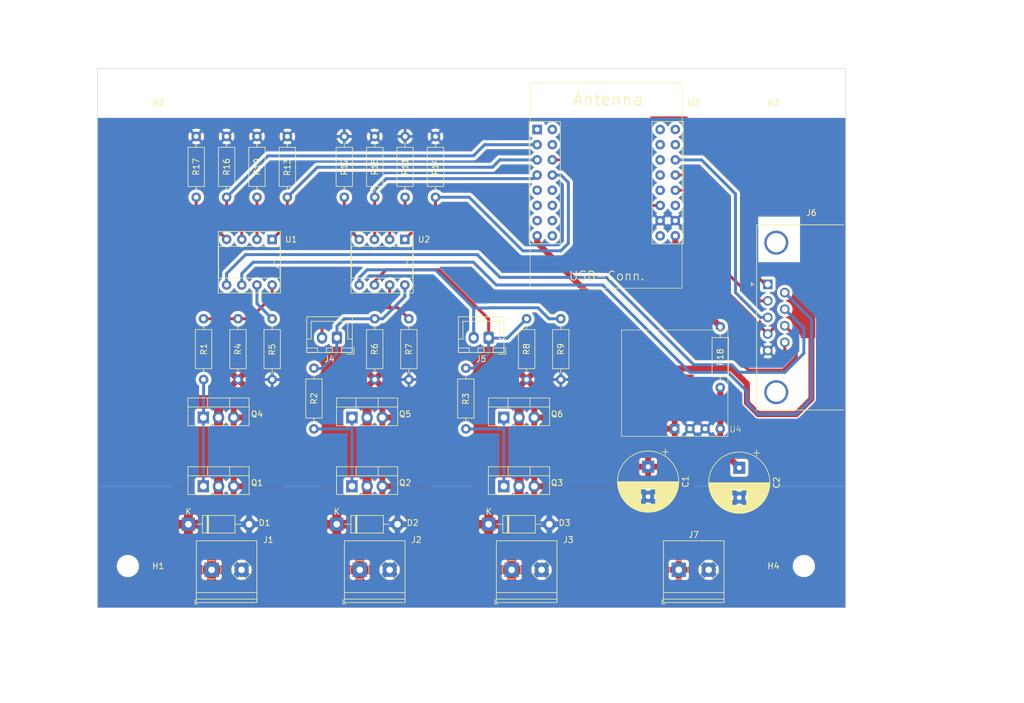
<source format=kicad_pcb>
(kicad_pcb (version 20221018) (generator pcbnew)
  (title_block (date "2023-03-21"))
  (layers (0 "F.Cu" signal) (31 "B.Cu" signal) (34 "B.Paste" user) (35 "F.Paste" user) (36 "B.SilkS" user "B.Silkscreen") (37 "F.SilkS" user "F.Silkscreen") (38 "B.Mask" user) (39 "F.Mask" user) (44 "Edge.Cuts" user))
  (net 0 "")
  (net 1 "+3.3V")
  (net 2 "GND")
  (net 3 "Net-(J4-Pin_1)")
  (net 4 "Net-(J4-Pin_2)")
  (net 5 "Net-(J5-Pin_1)")
  (net 6 "Net-(J5-Pin_2)")
  (net 8 "/OW-Data")
  (net 9 "/VCHRG1-TX")
  (net 10 "/VSS-TX")
  (net 11 "Net-(J6-Pad6)")
  (net 12 "Net-(J6-Pad7)")
  (net 13 "/Daly-RX")
  (net 14 "/Daly-TX")
  (net 15 "+24V")
  (net 16 "Net-(Q1-G)")
  (net 17 "Net-(Q2-G)")
  (net 18 "Net-(Q3-G)")
  (net 19 "Net-(R1-Pad2)")
  (net 20 "Net-(R5-Pad1)")
  (net 21 "Net-(R10-Pad2)")
  (net 22 "Net-(R11-Pad1)")
  (net 23 "Net-(R12-Pad1)")
  (net 24 "/SSR1")
  (net 25 "/SSR3")
  (net 26 "/SSR4")
  (net 27 "/SSR2")
  (net 28 "Net-(R17-Pad2)")
  (net 40 "+5V")
  (net 49 "/+24V_SSR1")
  (net 50 "/+24V_SSR3")
  (net 51 "/+24V_SSR4")
  (net 52 "Net-(U4-Vout)")
  (footprint "Connector_JST:JST_XH_B2B-XH-A_1x02_P2.50mm_Vertical" (layer "F.Cu") (at 133.39 86.926 180)
    (fp_text reference "J4" (at 1.25 -3.55 180) (layer "F.SilkS"))
    (fp_text value "Conn_01x02")
    (pad "1" thru_hole roundrect (at 0 0 180) (size 1.7 2) (drill 1) (layers "*.Cu" "*.Mask") (roundrect_rratio 0.1470588235) (net 3 "Net-(J4-Pin_1)"))
    (pad "2" thru_hole oval (at 2.5 0 180) (size 1.7 2) (drill 1) (layers "*.Cu" "*.Mask") (net 4 "Net-(J4-Pin_2)"))
  )
  (footprint "Resistor_THT:R_Axial_DIN0207_L6.3mm_D2.5mm_P10.16mm_Horizontal" (layer "F.Cu") (at 139.7 53.271 -90)
    (fp_text reference "R15" (at 5.08 0 90) (layer "F.SilkS"))
    (fp_text value "10k")
    (pad "1" thru_hole circle (at 0 0 270) (size 1.6 1.6) (drill 0.8) (layers "*.Cu" "*.Mask") (net 2 "GND"))
    (pad "2" thru_hole oval (at 10.16 0 270) (size 1.6 1.6) (drill 0.8) (layers "*.Cu" "*.Mask") (net 26 "/SSR4"))
  )
  (footprint "Diode_THT:D_DO-41_SOD81_P10.16mm_Horizontal" (layer "F.Cu") (at 158.75 118.11)
    (fp_text reference "D3" (at 12.7 -0.231) (layer "F.SilkS"))
    (fp_text value "1N4001")
    (fp_text user "K" (at 0 -2.1) (layer "F.SilkS"))
    (pad "1" thru_hole rect (at 0 0) (size 2.2 2.2) (drill 1.1) (layers "*.Cu" "*.Mask") (net 51 "/+24V_SSR4"))
    (pad "2" thru_hole oval (at 10.16 0) (size 2.2 2.2) (drill 1.1) (layers "*.Cu" "*.Mask") (net 2 "GND"))
  )
  (footprint "proj:CP_Radial_D10.0mm_P5.00mm" (layer "F.Cu") (at 200.66 108.665 -90)
    (fp_text reference "C2" (at 2.5 -6.25 90) (layer "F.SilkS"))
    (fp_text value "33µ/100V")
    (pad "1" thru_hole rect (at 0 0 270) (size 2 2) (drill 0.8) (layers "*.Cu" "*.Mask") (net 52 "Net-(U4-Vout)"))
    (pad "2" thru_hole circle (at 5 0 270) (size 2 2) (drill 0.8) (layers "*.Cu" "*.Mask") (net 2 "GND"))
  )
  (footprint "proj:CP_Radial_D10.0mm_P5.00mm" (layer "F.Cu") (at 185.42 108.492677 -90)
    (fp_text reference "C1" (at 2.5 -6.25 90) (layer "F.SilkS"))
    (fp_text value "33µ/100V")
    (pad "1" thru_hole rect (at 0 0 270) (size 2 2) (drill 0.8) (layers "*.Cu" "*.Mask") (net 15 "+24V"))
    (pad "2" thru_hole circle (at 5 0 270) (size 2 2) (drill 0.8) (layers "*.Cu" "*.Mask") (net 2 "GND"))
  )
  (footprint "Resistor_THT:R_Axial_DIN0207_L6.3mm_D2.5mm_P10.16mm_Horizontal" (layer "F.Cu") (at 145.415 83.751 -90)
    (fp_text reference "R7" (at 5.08 0 90) (layer "F.SilkS"))
    (fp_text value "10k")
    (pad "1" thru_hole circle (at 0 0 270) (size 1.6 1.6) (drill 0.8) (layers "*.Cu" "*.Mask") (net 4 "Net-(J4-Pin_2)"))
    (pad "2" thru_hole oval (at 10.16 0 270) (size 1.6 1.6) (drill 0.8) (layers "*.Cu" "*.Mask") (net 2 "GND"))
  )
  (footprint "Package_TO_SOT_THT:TO-220-3_Vertical" (layer "F.Cu") (at 135.89 111.76)
    (fp_text reference "Q2" (at 8.89 -0.566) (layer "F.SilkS"))
    (fp_text value "IRF4905PBF")
    (pad "1" thru_hole rect (at 0 0) (size 1.905 2) (drill 1.1) (layers "*.Cu" "*.Mask") (net 17 "Net-(Q2-G)"))
    (pad "2" thru_hole oval (at 2.54 0) (size 1.905 2) (drill 1.1) (layers "*.Cu" "*.Mask") (net 50 "/+24V_SSR3"))
    (pad "3" thru_hole oval (at 5.08 0) (size 1.905 2) (drill 1.1) (layers "*.Cu" "*.Mask") (net 15 "+24V"))
  )
  (footprint "Resistor_THT:R_Axial_DIN0207_L6.3mm_D2.5mm_P10.16mm_Horizontal" (layer "F.Cu") (at 129.54 102.166 90)
    (fp_text reference "R2" (at 5.08 0 90) (layer "F.SilkS"))
    (fp_text value "100")
    (pad "1" thru_hole circle (at 0 0 90) (size 1.6 1.6) (drill 0.8) (layers "*.Cu" "*.Mask") (net 17 "Net-(Q2-G)"))
    (pad "2" thru_hole oval (at 10.16 0 90) (size 1.6 1.6) (drill 0.8) (layers "*.Cu" "*.Mask") (net 3 "Net-(J4-Pin_1)"))
  )
  (footprint "Resistor_THT:R_Axial_DIN0207_L6.3mm_D2.5mm_P10.16mm_Horizontal" (layer "F.Cu") (at 170.815 83.751 -90)
    (fp_text reference "R9" (at 5.08 0 90) (layer "F.SilkS"))
    (fp_text value "10k")
    (pad "1" thru_hole circle (at 0 0 270) (size 1.6 1.6) (drill 0.8) (layers "*.Cu" "*.Mask") (net 6 "Net-(J5-Pin_2)"))
    (pad "2" thru_hole oval (at 10.16 0 270) (size 1.6 1.6) (drill 0.8) (layers "*.Cu" "*.Mask") (net 2 "GND"))
  )
  (footprint "Package_DIP:DIP-8_W7.62mm_Socket" (layer "F.Cu") (at 144.74 70.485 -90)
    (fp_text reference "U2" (at 0 -3.215 -180) (layer "F.SilkS"))
    (fp_text value "AQW212EH")
    (pad "1" thru_hole rect (at 0 0 270) (size 1.6 1.6) (drill 0.8) (layers "*.Cu" "*.Mask") (net 25 "/SSR3"))
    (pad "2" thru_hole oval (at 0 2.54 270) (size 1.6 1.6) (drill 0.8) (layers "*.Cu" "*.Mask") (net 22 "Net-(R11-Pad1)"))
    (pad "3" thru_hole oval (at 0 5.08 270) (size 1.6 1.6) (drill 0.8) (layers "*.Cu" "*.Mask") (net 26 "/SSR4"))
    (pad "4" thru_hole oval (at 0 7.62 270) (size 1.6 1.6) (drill 0.8) (layers "*.Cu" "*.Mask") (net 23 "Net-(R12-Pad1)"))
    (pad "5" thru_hole oval (at 7.62 7.62 270) (size 1.6 1.6) (drill 0.8) (layers "*.Cu" "*.Mask") (net 6 "Net-(J5-Pin_2)"))
    (pad "6" thru_hole oval (at 7.62 5.08 270) (size 1.6 1.6) (drill 0.8) (layers "*.Cu" "*.Mask") (net 5 "Net-(J5-Pin_1)"))
    (pad "7" thru_hole oval (at 7.62 2.54 270) (size 1.6 1.6) (drill 0.8) (layers "*.Cu" "*.Mask") (net 4 "Net-(J4-Pin_2)"))
    (pad "8" thru_hole oval (at 7.62 0 270) (size 1.6 1.6) (drill 0.8) (layers "*.Cu" "*.Mask") (net 3 "Net-(J4-Pin_1)"))
  )
  (footprint "Diode_THT:D_DO-41_SOD81_P10.16mm_Horizontal" (layer "F.Cu") (at 133.35 118.11)
    (fp_text reference "D2" (at 12.7 -0.231) (layer "F.SilkS"))
    (fp_text value "1N4001")
    (fp_text user "K" (at 0 -2.1) (layer "F.SilkS"))
    (pad "1" thru_hole rect (at 0 0) (size 2.2 2.2) (drill 1.1) (layers "*.Cu" "*.Mask") (net 50 "/+24V_SSR3"))
    (pad "2" thru_hole oval (at 10.16 0) (size 2.2 2.2) (drill 1.1) (layers "*.Cu" "*.Mask") (net 2 "GND"))
  )
  (footprint "Resistor_THT:R_Axial_DIN0207_L6.3mm_D2.5mm_P10.16mm_Horizontal" (layer "F.Cu") (at 154.94 102.166 90)
    (fp_text reference "R3" (at 5.011 0 90) (layer "F.SilkS"))
    (fp_text value "100")
    (pad "1" thru_hole circle (at 0 0 90) (size 1.6 1.6) (drill 0.8) (layers "*.Cu" "*.Mask") (net 18 "Net-(Q3-G)"))
    (pad "2" thru_hole oval (at 10.16 0 90) (size 1.6 1.6) (drill 0.8) (layers "*.Cu" "*.Mask") (net 5 "Net-(J5-Pin_1)"))
  )
  (footprint "MountingHole:MountingHole_3.2mm_M3" (layer "F.Cu") (at 211.455 125.095)
    (fp_text reference "H4" (at -5.08 0) (layer "F.SilkS"))
    (fp_text value "MountingHole")
    (pad "" np_thru_hole circle (at 0 0) (size 3.2 3.2) (drill 3.2) (layers "*.Cu" "*.Mask"))
  )
  (footprint "Connector_JST:JST_XH_B2B-XH-A_1x02_P2.50mm_Vertical" (layer "F.Cu") (at 158.75 86.926 180)
    (fp_text reference "J5" (at 1.25 -3.55 180) (layer "F.SilkS"))
    (fp_text value "Conn_01x02")
    (pad "1" thru_hole roundrect (at 0 0 180) (size 1.7 2) (drill 1) (layers "*.Cu" "*.Mask") (roundrect_rratio 0.1470588235) (net 5 "Net-(J5-Pin_1)"))
    (pad "2" thru_hole oval (at 2.5 0 180) (size 1.7 2) (drill 1) (layers "*.Cu" "*.Mask") (net 6 "Net-(J5-Pin_2)"))
  )
  (footprint "Resistor_THT:R_Axial_DIN0207_L6.3mm_D2.5mm_P10.16mm_Horizontal" (layer "F.Cu") (at 139.7 93.911 90)
    (fp_text reference "R6" (at 5.08 0 90) (layer "F.SilkS"))
    (fp_text value "10k")
    (pad "1" thru_hole circle (at 0 0 90) (size 1.6 1.6) (drill 0.8) (layers "*.Cu" "*.Mask") (net 15 "+24V"))
    (pad "2" thru_hole oval (at 10.16 0 90) (size 1.6 1.6) (drill 0.8) (layers "*.Cu" "*.Mask") (net 3 "Net-(J4-Pin_1)"))
  )
  (footprint "Package_TO_SOT_THT:TO-220-3_Vertical" (layer "F.Cu") (at 135.89 100.261)
    (fp_text reference "Q5" (at 8.89 -0.566) (layer "F.SilkS"))
    (fp_text value "IRF4905PBF")
    (pad "1" thru_hole rect (at 0 0) (size 1.905 2) (drill 1.1) (layers "*.Cu" "*.Mask") (net 17 "Net-(Q2-G)"))
    (pad "2" thru_hole oval (at 2.54 0) (size 1.905 2) (drill 1.1) (layers "*.Cu" "*.Mask") (net 50 "/+24V_SSR3"))
    (pad "3" thru_hole oval (at 5.08 0) (size 1.905 2) (drill 1.1) (layers "*.Cu" "*.Mask") (net 15 "+24V"))
  )
  (footprint "Resistor_THT:R_Axial_DIN0207_L6.3mm_D2.5mm_P10.16mm_Horizontal" (layer "F.Cu") (at 125.095 53.271 -90)
    (fp_text reference "R13" (at 5.149 0 90) (layer "F.SilkS"))
    (fp_text value "10k")
    (pad "1" thru_hole circle (at 0 0 270) (size 1.6 1.6) (drill 0.8) (layers "*.Cu" "*.Mask") (net 2 "GND"))
    (pad "2" thru_hole oval (at 10.16 0 270) (size 1.6 1.6) (drill 0.8) (layers "*.Cu" "*.Mask") (net 24 "/SSR1"))
  )
  (footprint "MountingHole:MountingHole_3.2mm_M3" (layer "F.Cu") (at 98.425 47.625)
    (fp_text reference "H2" (at 5.08 0) (layer "F.SilkS"))
    (fp_text value "MountingHole")
    (pad "" np_thru_hole circle (at 0 0) (size 3.2 3.2) (drill 3.2) (layers "*.Cu" "*.Mask"))
  )
  (footprint "Resistor_THT:R_Axial_DIN0207_L6.3mm_D2.5mm_P10.16mm_Horizontal" (layer "F.Cu") (at 149.86 53.271 -90)
    (fp_text reference "R14" (at 5.08 0 90) (layer "F.SilkS"))
    (fp_text value "10k")
    (pad "1" thru_hole circle (at 0 0 270) (size 1.6 1.6) (drill 0.8) (layers "*.Cu" "*.Mask") (net 2 "GND"))
    (pad "2" thru_hole oval (at 10.16 0 270) (size 1.6 1.6) (drill 0.8) (layers "*.Cu" "*.Mask") (net 25 "/SSR3"))
  )
  (footprint "Package_TO_SOT_THT:TO-220-3_Vertical" (layer "F.Cu") (at 111.045 111.76)
    (fp_text reference "Q1" (at 8.97 -0.566) (layer "F.SilkS"))
    (fp_text value "IRF4905PBF")
    (pad "1" thru_hole rect (at 0 0) (size 1.905 2) (drill 1.1) (layers "*.Cu" "*.Mask") (net 16 "Net-(Q1-G)"))
    (pad "2" thru_hole oval (at 2.54 0) (size 1.905 2) (drill 1.1) (layers "*.Cu" "*.Mask") (net 49 "/+24V_SSR1"))
    (pad "3" thru_hole oval (at 5.08 0) (size 1.905 2) (drill 1.1) (layers "*.Cu" "*.Mask") (net 15 "+24V"))
  )
  (footprint "Resistor_THT:R_Axial_DIN0207_L6.3mm_D2.5mm_P10.16mm_Horizontal" (layer "F.Cu") (at 134.62 63.431 90)
    (fp_text reference "R12" (at 5.08 0 90) (layer "F.SilkS"))
    (fp_text value "820")
    (pad "1" thru_hole circle (at 0 0 90) (size 1.6 1.6) (drill 0.8) (layers "*.Cu" "*.Mask") (net 23 "Net-(R12-Pad1)"))
    (pad "2" thru_hole oval (at 10.16 0 90) (size 1.6 1.6) (drill 0.8) (layers "*.Cu" "*.Mask") (net 2 "GND"))
  )
  (footprint "proj:TerminalBlock_1x02_P5.00mm_Horizontal" (layer "F.Cu") (at 112.435 125.73)
    (fp_text reference "J1" (at 9.485 -5.011) (layer "F.SilkS"))
    (fp_text value "Screw_Terminal_01x02")
    (pad "1" thru_hole rect (at 0 0) (size 2.4 2.4) (drill 1.1) (layers "*.Cu" "*.Mask") (net 49 "/+24V_SSR1"))
    (pad "2" thru_hole circle (at 5 0) (size 2.4 2.4) (drill 1.1) (layers "*.Cu" "*.Mask") (net 2 "GND"))
  )
  (footprint "Resistor_THT:R_Axial_DIN0207_L6.3mm_D2.5mm_P10.16mm_Horizontal" (layer "F.Cu") (at 197.485 95.25 90)
    (fp_text reference "R18" (at 5.08 0 90) (layer "F.SilkS"))
    (fp_text value "0")
    (pad "1" thru_hole circle (at 0 0 90) (size 1.6 1.6) (drill 0.8) (layers "*.Cu" "*.Mask") (net 52 "Net-(U4-Vout)"))
    (pad "2" thru_hole oval (at 10.16 0 90) (size 1.6 1.6) (drill 0.8) (layers "*.Cu" "*.Mask") (net 40 "+5V"))
  )
  (footprint "Package_TO_SOT_THT:TO-220-3_Vertical" (layer "F.Cu") (at 161.29 111.76)
    (fp_text reference "Q3" (at 8.89 -0.566) (layer "F.SilkS"))
    (fp_text value "IRF4905PBF")
    (pad "1" thru_hole rect (at 0 0) (size 1.905 2) (drill 1.1) (layers "*.Cu" "*.Mask") (net 18 "Net-(Q3-G)"))
    (pad "2" thru_hole oval (at 2.54 0) (size 1.905 2) (drill 1.1) (layers "*.Cu" "*.Mask") (net 51 "/+24V_SSR4"))
    (pad "3" thru_hole oval (at 5.08 0) (size 1.905 2) (drill 1.1) (layers "*.Cu" "*.Mask") (net 15 "+24V"))
  )
  (footprint "Package_TO_SOT_THT:TO-220-3_Vertical" (layer "F.Cu") (at 111.045 100.261)
    (fp_text reference "Q4" (at 8.97 -0.566) (layer "F.SilkS"))
    (fp_text value "IRF4905PBF")
    (pad "1" thru_hole rect (at 0 0) (size 1.905 2) (drill 1.1) (layers "*.Cu" "*.Mask") (net 16 "Net-(Q1-G)"))
    (pad "2" thru_hole oval (at 2.54 0) (size 1.905 2) (drill 1.1) (layers "*.Cu" "*.Mask") (net 49 "/+24V_SSR1"))
    (pad "3" thru_hole oval (at 5.08 0) (size 1.905 2) (drill 1.1) (layers "*.Cu" "*.Mask") (net 15 "+24V"))
  )
  (footprint "MountingHole:MountingHole_3.2mm_M3" (layer "F.Cu") (at 98.425 125.095)
    (fp_text reference "H1" (at 5.08 0) (layer "F.SilkS"))
    (fp_text value "MountingHole")
    (pad "" np_thru_hole circle (at 0 0) (size 3.2 3.2) (drill 3.2) (layers "*.Cu" "*.Mask"))
  )
  (footprint "Resistor_THT:R_Axial_DIN0207_L6.3mm_D2.5mm_P10.16mm_Horizontal" (layer "F.Cu") (at 109.855 53.271 -90)
    (fp_text reference "R17" (at 5.08 0 90) (layer "F.SilkS"))
    (fp_text value "820")
    (pad "1" thru_hole circle (at 0 0 270) (size 1.6 1.6) (drill 0.8) (layers "*.Cu" "*.Mask") (net 2 "GND"))
    (pad "2" thru_hole oval (at 10.16 0 270) (size 1.6 1.6) (drill 0.8) (layers "*.Cu" "*.Mask") (net 28 "Net-(R17-Pad2)"))
  )
  (footprint "MountingHole:MountingHole_3.2mm_M3" (layer "F.Cu") (at 211.455 47.625)
    (fp_text reference "H3" (at -5.08 0) (layer "F.SilkS"))
    (fp_text value "MountingHole")
    (pad "" np_thru_hole circle (at 0 0) (size 3.2 3.2) (drill 3.2) (layers "*.Cu" "*.Mask"))
  )
  (footprint "Connector_Dsub:DSUB-9_Female_Horizontal_P2.77x2.84mm_EdgePinOffset9.90mm_Housed_MountingHolesOffset11.32mm" (layer "F.Cu") (at 205.424669 77.99 90)
    (fp_text reference "J6" (at 11.95 7.300331 180) (layer "F.SilkS"))
    (fp_text value "DE9_Receptacle_MountingHoles")
    (pad "0" thru_hole circle (at -18.04 1.42 90) (size 4 4) (drill 3.2) (layers "*.Cu" "*.Mask"))
    (pad "0" thru_hole circle (at 6.96 1.42 90) (size 4 4) (drill 3.2) (layers "*.Cu" "*.Mask"))
    (pad "1" thru_hole rect (at 0 0 90) (size 1.6 1.6) (drill 1) (layers "*.Cu" "*.Mask") (net 8 "/OW-Data"))
    (pad "2" thru_hole circle (at -2.77 0 90) (size 1.6 1.6) (drill 1) (layers "*.Cu" "*.Mask") (net 9 "/VCHRG1-TX"))
    (pad "3" thru_hole circle (at -5.54 0 90) (size 1.6 1.6) (drill 1) (layers "*.Cu" "*.Mask") (net 10 "/VSS-TX"))
    (pad "4" thru_hole circle (at -8.31 0 90) (size 1.6 1.6) (drill 1) (layers "*.Cu" "*.Mask") (net 1 "+3.3V"))
    (pad "5" thru_hole circle (at -11.08 0 90) (size 1.6 1.6) (drill 1) (layers "*.Cu" "*.Mask") (net 2 "GND"))
    (pad "6" thru_hole circle (at -1.385 2.84 90) (size 1.6 1.6) (drill 1) (layers "*.Cu" "*.Mask") (net 11 "Net-(J6-Pad6)"))
    (pad "7" thru_hole circle (at -4.155 2.84 90) (size 1.6 1.6) (drill 1) (layers "*.Cu" "*.Mask") (net 12 "Net-(J6-Pad7)"))
    (pad "8" thru_hole circle (at -6.925 2.84 90) (size 1.6 1.6) (drill 1) (layers "*.Cu" "*.Mask") (net 13 "/Daly-RX"))
    (pad "9" thru_hole circle (at -9.695 2.84 90) (size 1.6 1.6) (drill 1) (layers "*.Cu" "*.Mask") (net 14 "/Daly-TX"))
  )
  (footprint "proj:TerminalBlock_1x02_P5.00mm_Horizontal" (layer "F.Cu") (at 162.6 125.73)
    (fp_text reference "J3" (at 9.485 -5.011) (layer "F.SilkS"))
    (fp_text value "Screw_Terminal_01x02")
    (pad "1" thru_hole rect (at 0 0) (size 2.4 2.4) (drill 1.1) (layers "*.Cu" "*.Mask") (net 51 "/+24V_SSR4"))
    (pad "2" thru_hole circle (at 5 0) (size 2.4 2.4) (drill 1.1) (layers "*.Cu" "*.Mask") (net 2 "GND"))
  )
  (footprint "proj:TerminalBlock_1x02_P5.00mm_Horizontal" (layer "F.Cu") (at 190.54 125.73)
    (fp_text reference "J7" (at 2.5 -5.86) (layer "F.SilkS"))
    (fp_text value "Screw_Terminal_01x02")
    (pad "1" thru_hole rect (at 0 0) (size 2.4 2.4) (drill 1.1) (layers "*.Cu" "*.Mask") (net 15 "+24V"))
    (pad "2" thru_hole circle (at 5 0) (size 2.4 2.4) (drill 1.1) (layers "*.Cu" "*.Mask") (net 2 "GND"))
  )
  (footprint "Diode_THT:D_DO-41_SOD81_P10.16mm_Horizontal" (layer "F.Cu") (at 108.545 118.11)
    (fp_text reference "D1" (at 12.74 -0.231) (layer "F.SilkS"))
    (fp_text value "1N4001")
    (fp_text user "K" (at 0 -2.1) (layer "F.SilkS"))
    (pad "1" thru_hole rect (at 0 0) (size 2.2 2.2) (drill 1.1) (layers "*.Cu" "*.Mask") (net 49 "/+24V_SSR1"))
    (pad "2" thru_hole oval (at 10.16 0) (size 2.2 2.2) (drill 1.1) (layers "*.Cu" "*.Mask") (net 2 "GND"))
  )
  (footprint "Package_TO_SOT_THT:TO-220-3_Vertical" (layer "F.Cu") (at 161.29 100.261)
    (fp_text reference "Q6" (at 8.89 -0.566) (layer "F.SilkS"))
    (fp_text value "IRF4905PBF")
    (pad "1" thru_hole rect (at 0 0) (size 1.905 2) (drill 1.1) (layers "*.Cu" "*.Mask") (net 18 "Net-(Q3-G)"))
    (pad "2" thru_hole oval (at 2.54 0) (size 1.905 2) (drill 1.1) (layers "*.Cu" "*.Mask") (net 51 "/+24V_SSR4"))
    (pad "3" thru_hole oval (at 5.08 0) (size 1.905 2) (drill 1.1) (layers "*.Cu" "*.Mask") (net 15 "+24V"))
  )
  (footprint "proj:Pololu_D24V25F5" (layer "F.Cu") (at 189.865 102.142677)
    (fp_text reference "U4" (at 10.16 0.092323 unlocked) (layer "F.SilkS") (effects (font (thickness 0.1))))
    (fp_text value "~")
    (pad "1" thru_hole rect (at 0 0) (size 1.6 1.6) (drill 0.8) (layers "*.Cu" "*.Mask") (net 15 "+24V"))
    (pad "2" thru_hole circle (at 2.54 0) (size 1.6 1.6) (drill 0.8) (layers "*.Cu" "*.Mask") (net 2 "GND"))
    (pad "3" thru_hole circle (at 5.08 0) (size 1.6 1.6) (drill 0.8) (layers "*.Cu" "*.Mask") (net 2 "GND"))
    (pad "4" thru_hole circle (at 7.62 0) (size 1.6 1.6) (drill 0.8) (layers "*.Cu" "*.Mask") (net 52 "Net-(U4-Vout)"))
  )
  (footprint "Resistor_THT:R_Axial_DIN0207_L6.3mm_D2.5mm_P10.16mm_Horizontal" (layer "F.Cu") (at 122.555 83.751 -90)
    (fp_text reference "R5" (at 5.149 0 90) (layer "F.SilkS"))
    (fp_text value "10k")
    (pad "1" thru_hole circle (at 0 0 270) (size 1.6 1.6) (drill 0.8) (layers "*.Cu" "*.Mask") (net 20 "Net-(R5-Pad1)"))
    (pad "2" thru_hole oval (at 10.16 0 270) (size 1.6 1.6) (drill 0.8) (layers "*.Cu" "*.Mask") (net 2 "GND"))
  )
  (footprint "Resistor_THT:R_Axial_DIN0207_L6.3mm_D2.5mm_P10.16mm_Horizontal" (layer "F.Cu") (at 144.78 63.431 90)
    (fp_text reference "R11" (at 5.08 0 90) (layer "F.SilkS"))
    (fp_text value "820")
    (pad "1" thru_hole circle (at 0 0 90) (size 1.6 1.6) (drill 0.8) (layers "*.Cu" "*.Mask") (net 22 "Net-(R11-Pad1)"))
    (pad "2" thru_hole oval (at 10.16 0 90) (size 1.6 1.6) (drill 0.8) (layers "*.Cu" "*.Mask") (net 2 "GND"))
  )
  (footprint "proj:WEMOS_S2_Mini" (layer "F.Cu") (at 165.695 78.64)
    (fp_text reference "U3" (at 27.345 -31.015) (layer "F.SilkS"))
    (fp_text value "WEMOS S2 Mini")
    (pad "1" thru_hole rect (at 1.165 -26.535) (size 1.6 1.6) (drill 0.8) (layers "*.Cu" "*.Mask"))
    (pad "2" thru_hole circle (at 3.705 -26.535) (size 1.6 1.6) (drill 0.8) (layers "*.Cu" "*.Mask"))
    (pad "3" thru_hole circle (at 3.705 -23.995) (size 1.6 1.6) (drill 0.8) (layers "*.Cu" "*.Mask"))
    (pad "4" thru_hole circle (at 1.165 -23.995) (size 1.6 1.6) (drill 0.8) (layers "*.Cu" "*.Mask") (net 27 "/SSR2"))
    (pad "5" thru_hole circle (at 3.705 -21.455) (size 1.6 1.6) (drill 0.8) (layers "*.Cu" "*.Mask") (net 8 "/OW-Data"))
    (pad "6" thru_hole circle (at 1.165 -21.455) (size 1.6 1.6) (drill 0.8) (layers "*.Cu" "*.Mask") (net 24 "/SSR1"))
    (pad "7" thru_hole circle (at 3.705 -18.915) (size 1.6 1.6) (drill 0.8) (layers "*.Cu" "*.Mask") (net 25 "/SSR3"))
    (pad "8" thru_hole circle (at 1.165 -18.915) (size 1.6 1.6) (drill 0.8) (layers "*.Cu" "*.Mask") (net 26 "/SSR4"))
    (pad "9" thru_hole circle (at 3.705 -16.375) (size 1.6 1.6) (drill 0.8) (layers "*.Cu" "*.Mask"))
    (pad "10" thru_hole circle (at 1.165 -16.375) (size 1.6 1.6) (drill 0.8) (layers "*.Cu" "*.Mask"))
    (pad "11" thru_hole circle (at 3.705 -13.835) (size 1.6 1.6) (drill 0.8) (layers "*.Cu" "*.Mask"))
    (pad "12" thru_hole circle (at 1.165 -13.835) (size 1.6 1.6) (drill 0.8) (layers "*.Cu" "*.Mask"))
    (pad "13" thru_hole circle (at 1.165 -11.295) (size 1.6 1.6) (drill 0.8) (layers "*.Cu" "*.Mask"))
    (pad "14" thru_hole circle (at 3.705 -11.295) (size 1.6 1.6) (drill 0.8) (layers "*.Cu" "*.Mask"))
    (pad "15" thru_hole circle (at 3.705 -8.755) (size 1.6 1.6) (drill 0.8) (layers "*.Cu" "*.Mask"))
    (pad "16" thru_hole circle (at 1.165 -8.755) (size 1.6 1.6) (drill 0.8) (layers "*.Cu" "*.Mask") (net 1 "+3.3V"))
    (pad "17" thru_hole circle (at 21.735 -11.295) (size 1.6 1.6) (drill 0.8) (layers "*.Cu" "*.Mask") (net 2 "GND"))
    (pad "18" thru_hole circle (at 24.275 -11.295) (size 1.6 1.6) (drill 0.8) (layers "*.Cu" "*.Mask") (net 2 "GND"))
    (pad "19" thru_hole circle (at 24.275 -8.755) (size 1.6 1.6) (drill 0.8) (layers "*.Cu" "*.Mask") (net 40 "+5V"))
    (pad "20" thru_hole circle (at 21.735 -8.755) (size 1.6 1.6) (drill 0.8) (layers "*.Cu" "*.Mask"))
    (pad "21" thru_hole circle (at 24.275 -13.835) (size 1.6 1.6) (drill 0.8) (layers "*.Cu" "*.Mask"))
    (pad "22" thru_hole circle (at 21.735 -13.835) (size 1.6 1.6) (drill 0.8) (layers "*.Cu" "*.Mask") (net 13 "/Daly-RX"))
    (pad "23" thru_hole circle (at 24.275 -16.375) (size 1.6 1.6) (drill 0.8) (layers "*.Cu" "*.Mask") (net 14 "/Daly-TX"))
    (pad "24" thru_hole circle (at 21.735 -16.375) (size 1.6 1.6) (drill 0.8) (layers "*.Cu" "*.Mask"))
    (pad "25" thru_hole circle (at 24.275 -18.915) (size 1.6 1.6) (drill 0.8) (layers "*.Cu" "*.Mask") (net 9 "/VCHRG1-TX"))
    (pad "26" thru_hole circle (at 21.735 -18.915) (size 1.6 1.6) (drill 0.8) (layers "*.Cu" "*.Mask"))
    (pad "27" thru_hole circle (at 24.275 -21.455) (size 1.6 1.6) (drill 0.8) (layers "*.Cu" "*.Mask") (net 10 "/VSS-TX"))
    (pad "28" thru_hole circle (at 21.735 -21.455) (size 1.6 1.6) (drill 0.8) (layers "*.Cu" "*.Mask"))
    (pad "29" thru_hole circle (at 24.275 -23.995) (size 1.6 1.6) (drill 0.8) (layers "*.Cu" "*.Mask"))
    (pad "30" thru_hole circle (at 21.735 -23.995) (size 1.6 1.6) (drill 0.8) (layers "*.Cu" "*.Mask"))
    (pad "31" thru_hole circle (at 24.275 -26.535) (size 1.6 1.6) (drill 0.8) (layers "*.Cu" "*.Mask"))
    (pad "32" thru_hole circle (at 21.735 -26.535) (size 1.6 1.6) (drill 0.8) (layers "*.Cu" "*.Mask"))
  )
  (footprint "Package_DIP:DIP-8_W7.62mm_Socket" (layer "F.Cu") (at 122.555 70.485 -90)
    (fp_text reference "U1" (at 0 -3.175 -180) (layer "F.SilkS"))
    (fp_text value "AQW212EH")
    (pad "1" thru_hole rect (at 0 0 270) (size 1.6 1.6) (drill 0.8) (layers "*.Cu" "*.Mask") (net 24 "/SSR1"))
    (pad "2" thru_hole oval (at 0 2.54 270) (size 1.6 1.6) (drill 0.8) (layers "*.Cu" "*.Mask") (net 21 "Net-(R10-Pad2)"))
    (pad "3" thru_hole oval (at 0 5.08 270) (size 1.6 1.6) (drill 0.8) (layers "*.Cu" "*.Mask") (net 27 "/SSR2"))
    (pad "4" thru_hole oval (at 0 7.62 270) (size 1.6 1.6) (drill 0.8) (layers "*.Cu" "*.Mask") (net 28 "Net-(R17-Pad2)"))
    (pad "5" thru_hole oval (at 7.62 7.62 270) (size 1.6 1.6) (drill 0.8) (layers "*.Cu" "*.Mask") (net 12 "Net-(J6-Pad7)"))
    (pad "6" thru_hole oval (at 7.62 5.08 270) (size 1.6 1.6) (drill 0.8) (layers "*.Cu" "*.Mask") (net 11 "Net-(J6-Pad6)"))
    (pad "7" thru_hole oval (at 7.62 2.54 270) (size 1.6 1.6) (drill 0.8) (layers "*.Cu" "*.Mask") (net 20 "Net-(R5-Pad1)"))
    (pad "8" thru_hole oval (at 7.62 0 270) (size 1.6 1.6) (drill 0.8) (layers "*.Cu" "*.Mask") (net 19 "Net-(R1-Pad2)"))
  )
  (footprint "Resistor_THT:R_Axial_DIN0207_L6.3mm_D2.5mm_P10.16mm_Horizontal" (layer "F.Cu") (at 116.84 93.911 90)
    (fp_text reference "R4" (at 5.08 0 90) (layer "F.SilkS"))
    (fp_text value "10k")
    (pad "1" thru_hole circle (at 0 0 90) (size 1.6 1.6) (drill 0.8) (layers "*.Cu" "*.Mask") (net 15 "+24V"))
    (pad "2" thru_hole oval (at 10.16 0 90) (size 1.6 1.6) (drill 0.8) (layers "*.Cu" "*.Mask") (net 19 "Net-(R1-Pad2)"))
  )
  (footprint "Resistor_THT:R_Axial_DIN0207_L6.3mm_D2.5mm_P10.16mm_Horizontal" (layer "F.Cu") (at 165.1 93.911 90)
    (fp_text reference "R8" (at 5.08 0 90) (layer "F.SilkS"))
    (fp_text value "10k")
    (pad "1" thru_hole circle (at 0 0 90) (size 1.6 1.6) (drill 0.8) (layers "*.Cu" "*.Mask") (net 15 "+24V"))
    (pad "2" thru_hole oval (at 10.16 0 90) (size 1.6 1.6) (drill 0.8) (layers "*.Cu" "*.Mask") (net 5 "Net-(J5-Pin_1)"))
  )
  (footprint "Resistor_THT:R_Axial_DIN0207_L6.3mm_D2.5mm_P10.16mm_Horizontal" (layer "F.Cu") (at 114.935 53.271 -90)
    (fp_text reference "R16" (at 5.08 0 90) (layer "F.SilkS"))
    (fp_text value "10k")
    (pad "1" thru_hole circle (at 0 0 270) (size 1.6 1.6) (drill 0.8) (layers "*.Cu" "*.Mask") (net 2 "GND"))
    (pad "2" thru_hole oval (at 10.16 0 270) (size 1.6 1.6) (drill 0.8) (layers "*.Cu" "*.Mask") (net 27 "/SSR2"))
  )
  (footprint "Resistor_THT:R_Axial_DIN0207_L6.3mm_D2.5mm_P10.16mm_Horizontal" (layer "F.Cu") (at 111.085 93.911 90)
    (fp_text reference "R1" (at 5.08 0.04 90) (layer "F.SilkS"))
    (fp_text value "100")
    (pad "1" thru_hole circle (at 0 0 90) (size 1.6 1.6) (drill 0.8) (layers "*.Cu" "*.Mask") (net 16 "Net-(Q1-G)"))
    (pad "2" thru_hole oval (at 10.16 0 90) (size 1.6 1.6) (drill 0.8) (layers "*.Cu" "*.Mask") (net 19 "Net-(R1-Pad2)"))
  )
  (footprint "Resistor_THT:R_Axial_DIN0207_L6.3mm_D2.5mm_P10.16mm_Horizontal" (layer "F.Cu") (at 120.015 53.271 -90)
    (fp_text reference "R10" (at 5.08 0 90) (layer "F.SilkS"))
    (fp_text value "820")
    (pad "1" thru_hole circle (at 0 0 270) (size 1.6 1.6) (drill 0.8) (layers "*.Cu" "*.Mask") (net 2 "GND"))
    (pad "2" thru_hole oval (at 10.16 0 270) (size 1.6 1.6) (drill 0.8) (layers "*.Cu" "*.Mask") (net 21 "Net-(R10-Pad2)"))
  )
  (footprint "proj:TerminalBlock_1x02_P5.00mm_Horizontal" (layer "F.Cu") (at 137.2 125.73)
    (fp_text reference "J2" (at 9.485 -5.011) (layer "F.SilkS"))
    (fp_text value "Screw_Terminal_01x02")
    (pad "1" thru_hole rect (at 0 0) (size 2.4 2.4) (drill 1.1) (layers "*.Cu" "*.Mask") (net 50 "/+24V_SSR3"))
    (pad "2" thru_hole circle (at 5 0) (size 2.4 2.4) (drill 1.1) (layers "*.Cu" "*.Mask") (net 2 "GND"))
  )
  (gr_rect (start 93.345 41.91) (end 218.44 132.08) (stroke (width 0.1)) (fill none) (layer "Edge.Cuts"))
  (gr_text "SSR3\nOUT\n-" (at 146.05 130.81) (layer "F.Cu") (effects (font (size 2 2) (thickness 0.4)) (justify left bottom)))
  (gr_text "ESP32-BMS_Ctrl v1.3\nhttps://github.com/juepi" (at 101.6 100.965 90) (layer "F.Cu") (effects (font (size 1.5 1.5) (thickness 0.3) bold) (justify left bottom)))
  (gr_text "SSR4\nOUT\n-" (at 170.815 130.81) (layer "F.Cu") (effects (font (size 2 2) (thickness 0.4)) (justify left bottom)))
  (gr_text "24V\nIN\n-" (at 199.39 130.81) (layer "F.Cu") (effects (font (size 2.5 2.5) (thickness 0.4)) (justify left bottom)))
  (gr_text "SSR1\nOUT\n-" (at 121.285 130.81) (layer "F.Cu") (effects (font (size 2 2) (thickness 0.4)) (justify left bottom)))
  (gr_text "USB-Conn." (at 172.085 77.47) (layer "F.SilkS") (effects (font (size 1.5 1.5)) (justify left bottom)))
  (gr_text "Antenna" (at 172.72 48.26) (layer "F.SilkS") (effects (font (size 2 2)) (justify left bottom)))
  (segment (start 212.725 97.155) (end 212.725 78.74) (width 1) (layer "F.Cu") (net 1))
  (segment (start 210.185 99.695) (end 212.725 97.155) (width 1) (layer "F.Cu") (net 1))
  (segment (start 187.91863 92.075) (end 199.39 92.075) (width 1) (layer "F.Cu") (net 1))
  (segment (start 203.835 99.695) (end 210.185 99.695) (width 1) (layer "F.Cu") (net 1))
  (segment (start 166.86 69.885) (end 166.86 71.01637) (width 1) (layer "F.Cu") (net 1))
  (segment (start 199.39 92.075) (end 201.93 94.615) (width 1) (layer "F.Cu") (net 1))
  (segment (start 166.86 71.01637) (end 187.91863 92.075) (width 1) (layer "F.Cu") (net 1))
  (segment (start 201.93 97.79) (end 203.835 99.695) (width 1) (layer "F.Cu") (net 1))
  (segment (start 201.93 94.615) (end 201.93 97.79) (width 1) (layer "F.Cu") (net 1))
  (segment (start 133.35 89.535) (end 130.81 92.075) (width 0.5) (layer "B.Cu") (net 3))
  (segment (start 139.7 83.751) (end 141.039 83.751) (width 0.5) (layer "B.Cu") (net 3))
  (segment (start 144.78 80.01) (end 144.74 79.97) (width 0.5) (layer "B.Cu") (net 3))
  (segment (start 130.81 92.075) (end 129.609 92.075) (width 0.5) (layer "B.Cu") (net 3))
  (segment (start 139.7 83.751) (end 134.609365 83.751) (width 0.5) (layer "B.Cu") (net 3))
  (segment (start 141.039 83.751) (end 144.78 80.01) (width 0.5) (layer "B.Cu") (net 3))
  (segment (start 134.609365 83.751) (end 133.39 84.970365) (width 0.5) (layer "B.Cu") (net 3))
  (segment (start 133.39 84.970365) (end 133.39 86.926) (width 0.5) (layer "B.Cu") (net 3))
  (segment (start 144.74 79.97) (end 144.74 78.105) (width 0.5) (layer "B.Cu") (net 3))
  (segment (start 133.35 86.966) (end 133.35 89.535) (width 0.5) (layer "B.Cu") (net 3))
  (segment (start 143.579 81.915) (end 145.415 83.751) (width 0.5) (layer "F.Cu") (net 4))
  (segment (start 142.24 81.915) (end 143.579 81.915) (width 0.5) (layer "F.Cu") (net 4))
  (segment (start 130.89 86.926) (end 130.89 84.375) (width 0.5) (layer "F.Cu") (net 4))
  (segment (start 142.2 78.105) (end 142.2 81.875) (width 0.5) (layer "F.Cu") (net 4))
  (segment (start 130.89 84.375) (end 133.35 81.915) (width 0.5) (layer "F.Cu") (net 4))
  (segment (start 142.2 81.875) (end 142.24 81.915) (width 0.5) (layer "F.Cu") (net 4))
  (segment (start 133.35 81.915) (end 142.24 81.915) (width 0.5) (layer "F.Cu") (net 4))
  (segment (start 150.495 75.565) (end 141.605 75.565) (width 0.5) (layer "F.Cu") (net 5))
  (segment (start 141.605 75.565) (end 139.66 77.51) (width 0.5) (layer "F.Cu") (net 5))
  (segment (start 158.75 86.926) (end 158.75 83.82) (width 0.5) (layer "F.Cu") (net 5))
  (segment (start 139.66 77.51) (end 139.66 78.105) (width 0.5) (layer "F.Cu") (net 5))
  (segment (start 158.75 83.82) (end 150.495 75.565) (width 0.5) (layer "F.Cu") (net 5))
  (segment (start 158.75 89.535) (end 158.75 86.926) (width 0.5) (layer "B.Cu") (net 5))
  (segment (start 161.925 86.926) (end 165.1 83.751) (width 0.5) (layer "B.Cu") (net 5))
  (segment (start 158.819 86.995) (end 161.925 86.995) (width 0.5) (layer "B.Cu") (net 5))
  (segment (start 154.94 92.006) (end 156.279 92.006) (width 0.5) (layer "B.Cu") (net 5))
  (segment (start 156.279 92.006) (end 158.75 89.535) (width 0.5) (layer "B.Cu") (net 5))
  (segment (start 161.925 86.995) (end 161.925 86.926) (width 0.5) (layer "B.Cu") (net 5))
  (segment (start 156.25 81.955) (end 156.25 86.926) (width 0.5) (layer "B.Cu") (net 6))
  (segment (start 138.43 75.565) (end 137.12 76.875) (width 0.5) (layer "B.Cu") (net 6))
  (segment (start 149.86 75.565) (end 138.43 75.565) (width 0.5) (layer "B.Cu") (net 6))
  (segment (start 167.005 81.915) (end 158.75 81.915) (width 0.5) (layer "B.Cu") (net 6))
  (segment (start 156.25 81.955) (end 149.86 75.565) (width 0.5) (layer "B.Cu") (net 6))
  (segment (start 158.71 81.955) (end 158.75 81.915) (width 0.5) (layer "B.Cu") (net 6))
  (segment (start 137.12 76.875) (end 137.12 78.105) (width 0.5) (layer "B.Cu") (net 6))
  (segment (start 156.25 81.955) (end 158.71 81.955) (width 0.5) (layer "B.Cu") (net 6))
  (segment (start 170.815 83.751) (end 168.841 83.751) (width 0.5) (layer "B.Cu") (net 6))
  (segment (start 168.841 83.751) (end 167.005 81.915) (width 0.5) (layer "B.Cu") (net 6))
  (segment (start 205.424669 77.99) (end 204.99 77.99) (width 0.5) (layer "F.Cu") (net 8))
  (segment (start 191.77 50.165) (end 186.055 50.165) (width 0.5) (layer "F.Cu") (net 8))
  (segment (start 186.055 50.165) (end 179.035 57.185) (width 0.5) (layer "F.Cu") (net 8))
  (segment (start 179.035 57.185) (end 169.4 57.185) (width 0.5) (layer "F.Cu") (net 8))
  (segment (start 201.295 59.69) (end 191.77 50.165) (width 0.5) (layer "F.Cu") (net 8))
  (segment (start 204.99 77.99) (end 201.295 74.295) (width 0.5) (layer "F.Cu") (net 8))
  (segment (start 201.295 74.295) (end 201.295 59.69) (width 0.5) (layer "F.Cu") (net 8))
  (segment (start 189.97 59.725) (end 194.345 59.725) (width 0.5) (layer "F.Cu") (net 9))
  (segment (start 194.345 59.725) (end 198.12 63.5) (width 0.5) (layer "F.Cu") (net 9))
  (segment (start 198.12 63.5) (end 198.12 75.565) (width 0.5) (layer "F.Cu") (net 9))
  (segment (start 203.315 80.76) (end 205.424669 80.76) (width 0.5) (layer "F.Cu") (net 9))
  (segment (start 198.12 75.565) (end 203.315 80.76) (width 0.5) (layer "F.Cu") (net 9))
  (segment (start 200.025 62.865) (end 200.025 79.375) (width 0.5) (layer "B.Cu") (net 10))
  (segment (start 204.18 83.53) (end 205.424669 83.53) (width 0.5) (layer "B.Cu") (net 10))
  (segment (start 200.025 79.375) (end 204.18 83.53) (width 0.5) (layer "B.Cu") (net 10))
  (segment (start 194.345 57.185) (end 200.025 62.865) (width 0.5) (layer "B.Cu") (net 10))
  (segment (start 189.97 57.185) (end 194.345 57.185) (width 0.5) (layer "B.Cu") (net 10))
  (segment (start 156.21 74.295) (end 160.02 78.105) (width 0.5) (layer "B.Cu") (net 11))
  (segment (start 201.93 97.79) (end 203.835 99.695) (width 0.5) (layer "B.Cu") (net 11))
  (segment (start 212.725 83.82) (end 212.709669 83.82) (width 0.5) (layer "B.Cu") (net 11))
  (segment (start 117.475 76.2) (end 117.475 78.105) (width 0.5) (layer "B.Cu") (net 11))
  (segment (start 117.475 76.2) (end 119.38 74.295) (width 0.5) (layer "B.Cu") (net 11))
  (segment (start 203.835 99.695) (end 210.185 99.695) (width 0.5) (layer "B.Cu") (net 11))
  (segment (start 212.709669 83.82) (end 208.264669 79.375) (width 0.5) (layer "B.Cu") (net 11))
  (segment (start 210.185 99.695) (end 212.725 97.155) (width 0.5) (layer "B.Cu") (net 11))
  (segment (start 212.725 97.155) (end 212.725 83.82) (width 0.5) (layer "B.Cu") (net 11))
  (segment (start 119.38 74.295) (end 156.21 74.295) (width 0.5) (layer "B.Cu") (net 11))
  (segment (start 201.93 95.885) (end 201.93 97.79) (width 0.5) (layer "B.Cu") (net 11))
  (segment (start 177.8 78.105) (end 192.405 92.71) (width 0.5) (layer "B.Cu") (net 11))
  (segment (start 160.02 78.105) (end 177.8 78.105) (width 0.5) (layer "B.Cu") (net 11))
  (segment (start 198.755 92.71) (end 201.93 95.885) (width 0.5) (layer "B.Cu") (net 11))
  (segment (start 192.405 92.71) (end 198.755 92.71) (width 0.5) (layer "B.Cu") (net 11))
  (segment (start 211.455 89.535) (end 211.455 85.335331) (width 0.5) (layer "B.Cu") (net 12))
  (segment (start 114.935 76.2) (end 118.11 73.025) (width 0.5) (layer "B.Cu") (net 12))
  (segment (start 193.04 91.44) (end 199.39 91.44) (width 0.5) (layer "B.Cu") (net 12))
  (segment (start 199.39 91.44) (end 200.66 92.71) (width 0.5) (layer "B.Cu") (net 12))
  (segment (start 156.845 73.025) (end 160.655 76.835) (width 0.5) (layer "B.Cu") (net 12))
  (segment (start 211.455 85.335331) (end 208.264669 82.145) (width 0.5) (layer "B.Cu") (net 12))
  (segment (start 114.935 78.105) (end 114.935 76.2) (width 0.5) (layer "B.Cu") (net 12))
  (segment (start 160.655 76.835) (end 178.435 76.835) (width 0.5) (layer "B.Cu") (net 12))
  (segment (start 208.28 92.71) (end 211.455 89.535) (width 0.5) (layer "B.Cu") (net 12))
  (segment (start 200.66 92.71) (end 208.28 92.71) (width 0.5) (layer "B.Cu") (net 12))
  (segment (start 178.435 76.835) (end 193.04 91.44) (width 0.5) (layer "B.Cu") (net 12))
  (segment (start 118.11 73.025) (end 156.845 73.025) (width 0.5) (layer "B.Cu") (net 12))
  (segment (start 185.42 65.405) (end 185.42 77.47) (width 0.5) (layer "F.Cu") (net 13))
  (segment (start 187.43 64.805) (end 186.02 64.805) (width 0.5) (layer "F.Cu") (net 13))
  (segment (start 197.485 89.535) (end 199.39 89.535) (width 0.5) (layer "F.Cu") (net 13))
  (segment (start 210.185 86.835331) (end 208.264669 84.915) (width 0.5) (layer "F.Cu") (net 13))
  (segment (start 185.42 77.47) (end 197.485 89.535) (width 0.5) (layer "F.Cu") (net 13))
  (segment (start 210.185 90.17) (end 210.185 86.835331) (width 0.5) (layer "F.Cu") (net 13))
  (segment (start 186.02 64.805) (end 185.42 65.405) (width 0.5) (layer "F.Cu") (net 13))
  (segment (start 208.015 92.34) (end 210.185 90.17) (width 0.5) (layer "F.Cu") (net 13))
  (segment (start 202.195 92.34) (end 208.015 92.34) (width 0.5) (layer "F.Cu") (net 13))
  (segment (start 199.39 89.535) (end 202.195 92.34) (width 0.5) (layer "F.Cu") (net 13))
  (segment (start 203.2 83.82) (end 203.2 90.805) (width 0.5) (layer "F.Cu") (net 14))
  (segment (start 193.71 62.265) (end 196.215 64.77) (width 0.5) (layer "F.Cu") (net 14))
  (segment (start 208.264669 89.519669) (end 208.264669 87.685) (width 0.5) (layer "F.Cu") (net 14))
  (segment (start 203.835 91.44) (end 206.375 91.44) (width 0.5) (layer "F.Cu") (net 14))
  (segment (start 203.2 90.805) (end 203.835 91.44) (width 0.5) (layer "F.Cu") (net 14))
  (segment (start 196.215 64.77) (end 196.215 76.835) (width 0.5) (layer "F.Cu") (net 14))
  (segment (start 206.375 91.44) (end 208.28 89.535) (width 0.5) (layer "F.Cu") (net 14))
  (segment (start 196.215 76.835) (end 203.2 83.82) (width 0.5) (layer "F.Cu") (net 14))
  (segment (start 208.28 89.535) (end 208.264669 89.519669) (width 0.5) (layer "F.Cu") (net 14))
  (segment (start 189.97 62.265) (end 193.71 62.265) (width 0.5) (layer "F.Cu") (net 14))
  (segment (start 111.045 100.261) (end 111.045 111.76) (width 0.5) (layer "B.Cu") (net 16))
  (segment (start 111.085 93.911) (end 111.085 100.221) (width 0.5) (layer "B.Cu") (net 16))
  (segment (start 135.89 102.235) (end 135.89 111.76) (width 0.5) (layer "B.Cu") (net 17))
  (segment (start 129.54 102.166) (end 135.821 102.166) (width 0.5) (layer "B.Cu") (net 17))
  (segment (start 135.89 100.261) (end 135.89 102.235) (width 0.5) (layer "B.Cu") (net 17))
  (segment (start 135.821 102.166) (end 135.89 102.235) (width 0.5) (layer "B.Cu") (net 17))
  (segment (start 161.221 102.166) (end 161.29 102.235) (width 0.5) (layer "B.Cu") (net 18))
  (segment (start 161.29 102.235) (end 161.29 100.261) (width 0.5) (layer "B.Cu") (net 18))
  (segment (start 161.29 102.235) (end 161.29 111.76) (width 0.5) (layer "B.Cu") (net 18))
  (segment (start 154.94 102.166) (end 161.221 102.166) (width 0.5) (layer "B.Cu") (net 18))
  (segment (start 116.84 83.751) (end 118.814 83.751) (width 0.5) (layer "F.Cu") (net 19))
  (segment (start 118.814 83.751) (end 122.555 80.01) (width 0.5) (layer "F.Cu") (net 19))
  (segment (start 122.555 80.01) (end 122.555 78.105) (width 0.5) (layer "F.Cu") (net 19))
  (segment (start 111.085 83.751) (end 116.84 83.751) (width 0.5) (layer "F.Cu") (net 19))
  (segment (start 120.015 78.105) (end 120.015 81.211) (width 0.5) (layer "B.Cu") (net 20))
  (segment (start 120.015 81.211) (end 122.555 83.751) (width 0.5) (layer "B.Cu") (net 20))
  (segment (start 120.015 63.431) (end 120.015 70.485) (width 0.5) (layer "F.Cu") (net 21))
  (segment (start 144.78 63.431) (end 144.78 66.04) (width 0.5) (layer "F.Cu") (net 22))
  (segment (start 142.2 68.62) (end 142.2 70.485) (width 0.5) (layer "F.Cu") (net 22))
  (segment (start 144.78 66.04) (end 142.2 68.62) (width 0.5) (layer "F.Cu") (net 22))
  (segment (start 134.62 63.431) (end 134.62 67.985) (width 0.5) (layer "F.Cu") (net 23))
  (segment (start 134.62 67.985) (end 137.12 70.485) (width 0.5) (layer "F.Cu") (net 23))
  (segment (start 125.095 67.945) (end 122.555 70.485) (width 0.5) (layer "F.Cu") (net 24))
  (segment (start 125.095 63.431) (end 125.095 67.945) (width 0.5) (layer "F.Cu") (net 24))
  (segment (start 159.385 58.42) (end 160.655 57.15) (width 0.5) (layer "B.Cu") (net 24))
  (segment (start 130.106 58.42) (end 125.095 63.431) (width 0.5) (layer "B.Cu") (net 24))
  (segment (start 160.655 57.15) (end 160.69 57.185) (width 0.5) (layer "B.Cu") (net 24))
  (segment (start 130.106 58.42) (end 159.385 58.42) (width 0.5) (layer "B.Cu") (net 24))
  (segment (start 160.69 57.185) (end 166.86 57.185) (width 0.5) (layer "B.Cu") (net 24))
  (segment (start 149.86 63.431) (end 149.86 65.365) (width 0.5) (layer "F.Cu") (net 25))
  (segment (start 149.86 65.365) (end 144.74 70.485) (width 0.5) (layer "F.Cu") (net 25))
  (segment (start 172.085 60.96) (end 172.085 71.12) (width 0.5) (layer "B.Cu") (net 25))
  (segment (start 155.506 63.431) (end 149.86 63.431) (width 0.5) (layer "B.Cu") (net 25))
  (segment (start 170.815 72.39) (end 164.465 72.39) (width 0.5) (layer "B.Cu") (net 25))
  (segment (start 170.85 59.725) (end 172.085 60.96) (width 0.5) (layer "B.Cu") (net 25))
  (segment (start 172.085 71.12) (end 170.815 72.39) (width 0.5) (layer "B.Cu") (net 25))
  (segment (start 169.4 59.725) (end 170.85 59.725) (width 0.5) (layer "B.Cu") (net 25))
  (segment (start 164.465 72.39) (end 155.506 63.431) (width 0.5) (layer "B.Cu") (net 25))
  (segment (start 139.7 63.431) (end 139.7 70.445) (width 0.5) (layer "F.Cu") (net 26))
  (segment (start 141.605 60.325) (end 166.26 60.325) (width 0.5) (layer "B.Cu") (net 26))
  (segment (start 139.7 62.23) (end 141.605 60.325) (width 0.5) (layer "B.Cu") (net 26))
  (segment (start 166.26 60.325) (end 166.86 59.725) (width 0.5) (layer "B.Cu") (net 26))
  (segment (start 139.7 63.431) (end 139.7 62.23) (width 0.5) (layer "B.Cu") (net 26))
  (segment (start 114.935 66.04) (end 117.475 68.58) (width 0.5) (layer "F.Cu") (net 27))
  (segment (start 117.475 68.58) (end 117.475 70.485) (width 0.5) (layer "F.Cu") (net 27))
  (segment (start 114.935 63.431) (end 114.935 66.04) (width 0.5) (layer "F.Cu") (net 27))
  (segment (start 158.15 54.645) (end 166.86 54.645) (width 0.5) (layer "B.Cu") (net 27))
  (segment (start 121.851 56.515) (end 156.21 56.515) (width 0.5) (layer "B.Cu") (net 27))
  (segment (start 114.935 63.431) (end 121.851 56.515) (width 0.5) (layer "B.Cu") (net 27))
  (segment (start 156.21 56.515) (end 158.115 54.61) (width 0.5) (layer "B.Cu") (net 27))
  (segment (start 158.115 54.61) (end 158.15 54.645) (width 0.5) (layer "B.Cu") (net 27))
  (segment (start 109.855 63.431) (end 109.855 65.405) (width 0.5) (layer "F.Cu") (net 28))
  (segment (start 109.855 65.405) (end 114.935 70.485) (width 0.5) (layer "F.Cu") (net 28))
  (segment (start 189.97 77.575) (end 189.97 69.885) (width 1) (layer "F.Cu") (net 40))
  (segment (start 197.485 85.09) (end 189.97 77.575) (width 1) (layer "F.Cu") (net 40))
  (segment (start 197.485 102.142677) (end 197.485 105.49) (width 1) (layer "F.Cu") (net 52))
  (segment (start 197.485 102.142677) (end 197.485 95.25) (width 1) (layer "F.Cu") (net 52))
  (segment (start 197.485 105.49) (end 200.66 108.665) (width 1) (layer "F.Cu") (net 52))
  (zone (net 51) (net_name "/+24V_SSR4") (layer "F.Cu") (priority 4) (connect_pads (clearance 0.5)) (min_thickness 0.25) (fill yes (thermal_gap 0.5) (thermal_bridge_width 1.5))
    (polygon (pts (xy 165.1 96.52) (xy 156.21 96.52) (xy 156.21 132.08) (xy 165.1 132.08)))
  )
  (zone (net 49) (net_name "/+24V_SSR1") (layer "F.Cu") (priority 3) (connect_pads (clearance 0.5)) (min_thickness 0.25) (fill yes (thermal_gap 0.5) (thermal_bridge_width 1.5))
    (polygon (pts (xy 114.935 96.52) (xy 106.045 96.52) (xy 106.045 118.745) (xy 106.045 132.08) (xy 114.935 132.08)))
  )
  (zone (net 1) (net_name "+3.3V") (layer "F.Cu") (priority 1) (connect_pads (clearance 0)) (min_thickness 0.25) (fill yes (thermal_gap 0.5) (thermal_bridge_width 0.5))
    (polygon (pts (xy 213.36 76.835) (xy 203.835 76.835) (xy 203.835 86.995) (xy 213.36 86.995)))
  )
  (zone (net 50) (net_name "/+24V_SSR3") (layer "F.Cu") (priority 5) (connect_pads (clearance 0.5)) (min_thickness 0.25) (fill yes (thermal_gap 0.5) (thermal_bridge_width 1.5))
    (polygon (pts (xy 139.7 96.52) (xy 130.81 96.52) (xy 130.81 132.08) (xy 139.7 132.08)))
  )
  (zone (net 15) (net_name "+24V") (layer "F.Cu") (priority 2) (connect_pads (clearance 0.5)) (min_thickness 0.25) (fill yes (thermal_gap 0.5) (thermal_bridge_width 1))
    (polygon (pts (xy 115.57 114.935) (xy 124.46 114.935) (xy 124.46 95.885) (xy 139.7 95.885) (xy 139.7 114.935) (xy 149.225 114.935) (xy 149.225 95.885) (xy 165.1 95.885) (xy 165.1 114.935) (xy 180.34 114.935) (xy 180.34 132.08) (xy 193.04 132.08) (xy 193.04 88.265) (xy 115.57 88.265)))
  )
  (zone (net 0) (net_name "") (layers "F&B.Cu") (connect_pads (clearance 0)) (min_thickness 0.25)
    (keepout (tracks not_allowed) (vias not_allowed) (pads not_allowed) (copperpour not_allowed) (footprints allowed))
    (fill (thermal_gap 0.5) (thermal_bridge_width 0.5))
    (polygon (pts (xy 203.835 66.675) (xy 203.835 74.295) (xy 210.82 74.295) (xy 210.82 66.675)))
  )
  (zone (net 2) (net_name "GND") (layer "B.Cu") (priority 6) (connect_pads (clearance 0.5)) (min_thickness 0.25) (fill yes (thermal_gap 0.5) (thermal_bridge_width 1))
    (polygon (pts (xy 218.44 132.08) (xy 218.44 111.76) (xy 93.345 111.76) (xy 93.345 132.08)))
  )
  (zone (net 2) (net_name "GND") (layer "B.Cu") (connect_pads (clearance 0.5)) (min_thickness 0.25) (fill yes (thermal_gap 0.5) (thermal_bridge_width 0.5))
    (polygon (pts (xy 93.345 111.76) (xy 93.345 50.165) (xy 218.44 50.165) (xy 218.44 111.76)))
  )
)
</source>
